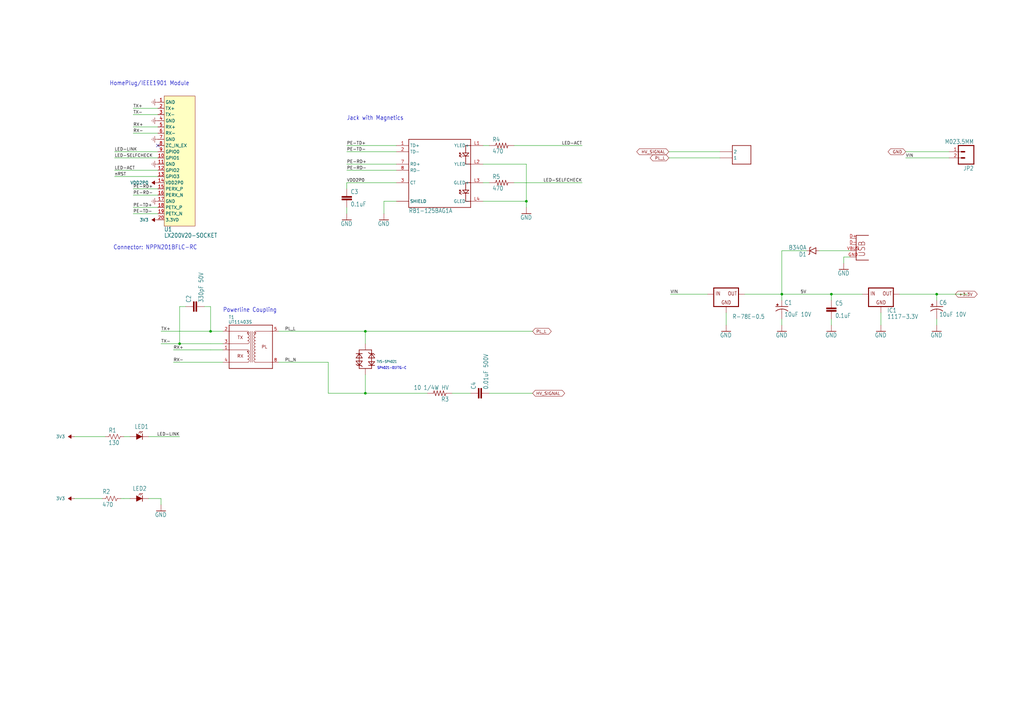
<source format=kicad_sch>
(kicad_sch (version 20231120) (generator "eeschema") (generator_version "8.0")
  (paper "A3")
  (lib_symbols
    (symbol "BR_Modules:LX200V20-SOCKET"
      (property "Reference" "U" (at -12.7 20.574 0))
      (property "Value" "LX200V20-SOCKET" (at -5.334 -32.766 0))
      (symbol "LX200V20-SOCKET_1_0"
        (pin power_in line (at -7.62 22.86 0) (length 2.54) (name "GND") (number "1"))
        (pin bidirectional line (at -7.62 0 0) (length 2.54) (name "GPIO1") (number "10"))
        (pin bidirectional line (at -7.62 -2.54 0) (length 2.54) (name "GND") (number "11"))
        (pin bidirectional line (at -7.62 -5.08 0) (length 2.54) (name "GPIO2") (number "12"))
        (pin bidirectional line (at -7.62 -7.62 0) (length 2.54) (name "GPIO3") (number "13"))
        (pin power_out line (at -7.62 -10.16 0) (length 2.54) (name "VDD2P0") (number "14"))
        (pin input line (at -7.62 -12.7 0) (length 2.54) (name "PERX_P") (number "15"))
        (pin input line (at -7.62 -15.24 0) (length 2.54) (name "PERX_N") (number "16"))
        (pin bidirectional line (at -7.62 -17.78 0) (length 2.54) (name "GND") (number "17"))
        (pin output line (at -7.62 -20.32 0) (length 2.54) (name "PETX_P") (number "18"))
        (pin output line (at -7.62 -22.86 0) (length 2.54) (name "PETX_N") (number "19"))
        (pin bidirectional line (at -7.62 20.32 0) (length 2.54) (name "TX+") (number "2"))
        (pin power_in line (at -7.62 -25.4 0) (length 2.54) (name "3.3VD") (number "20"))
        (pin bidirectional line (at -7.62 17.78 0) (length 2.54) (name "TX-") (number "3"))
        (pin bidirectional line (at -7.62 15.24 0) (length 2.54) (name "GND") (number "4"))
        (pin bidirectional line (at -7.62 12.7 0) (length 2.54) (name "RX+") (number "5"))
        (pin bidirectional line (at -7.62 10.16 0) (length 2.54) (name "RX-") (number "6"))
        (pin bidirectional line (at -7.62 7.62 0) (length 2.54) (name "GND") (number "7"))
        (pin bidirectional line (at -7.62 5.08 0) (length 2.54) (name "ZC_IN_EX") (number "8"))
        (pin bidirectional line (at -7.62 2.54 0) (length 2.54) (name "GPIO0") (number "9"))
      )
      (symbol "LX200V20-SOCKET_1_1"
        (rectangle (start -5.08 25.4) (end 7.62 -27.94) (fill (type background)))
      )
    )
    (symbol "BR_Optoelectronic:LTST-C191KGKT" (pin_numbers hide) (pin_names hide)
      (property "Reference" "D" (at 0 2.159 0))
      (property "Value" "Green" (at 0 0 0))
      (symbol "LTST-C191KGKT_0_1"
        (polyline (pts (xy -1.27 0) (xy 1.27 0)))
      )
      (symbol "LTST-C191KGKT_1_1"
        (polyline (pts (xy -0.381 -1.27) (xy -1.016 -1.905)))
        (polyline (pts (xy 0.381 -1.27) (xy -0.254 -1.905)))
        (polyline (pts (xy -1.143 -1.651) (xy -1.397 -2.286) (xy -0.762 -2.032) (xy -1.143 -1.651)) (stroke (width -0.0001)) (fill (type outline)))
        (polyline (pts (xy -0.381 -1.651) (xy -0.635 -2.286) (xy 0 -2.032) (xy -0.381 -1.651)) (stroke (width -0.0001)) (fill (type outline)))
        (polyline (pts (xy 1.27 -1.27) (xy 1.27 1.27) (xy -1.27 0) (xy 1.27 -1.27)) (stroke (width -0.0001)) (fill (type outline)))
        (polyline (pts (xy -1.397 1.27) (xy -1.397 -1.27) (xy -1.143 -1.27) (xy -1.143 1.27) (xy -1.397 1.27)) (stroke (width -0.0001)) (fill (type outline)))
        (pin passive line (at -3.81 0 0) (length 2.54) (name "K") (number "1"))
        (pin passive line (at 3.81 0 180) (length 2.54) (name "A") (number "2"))
      )
    )
    (symbol "BR_Resistors_0402:R_0402_130R" (pin_numbers hide) (pin_names (offset 0))
      (property "Reference" "R" (at 2.54 1.27 0))
      (property "Value" "130R" (at 2.54 -1.27 0))
      (symbol "R_0402_130R_0_1"
        (polyline (pts (xy 0 -2.286) (xy 0 -2.54)))
        (polyline (pts (xy 0 2.286) (xy 0 2.54)))
        (polyline (pts (xy 0 -0.762) (xy 1.016 -1.143) (xy 0 -1.524) (xy -1.016 -1.905) (xy 0 -2.286)))
        (polyline (pts (xy 0 0.762) (xy 1.016 0.381) (xy 0 0) (xy -1.016 -0.381) (xy 0 -0.762)))
        (polyline (pts (xy 0 2.286) (xy 1.016 1.905) (xy 0 1.524) (xy -1.016 1.143) (xy 0 0.762)))
      )
      (symbol "R_0402_130R_1_1"
        (pin passive line (at 0 3.81 270) (length 1.27) (name "~") (number "1"))
        (pin passive line (at 0 -3.81 90) (length 1.27) (name "~") (number "2"))
      )
    )
    (symbol "BR_Resistors_0402:R_0402_470R" (pin_numbers hide) (pin_names (offset 0))
      (property "Reference" "R" (at 2.54 1.27 0))
      (property "Value" "470R" (at 2.54 -1.27 0))
      (symbol "R_0402_470R_0_1"
        (polyline (pts (xy 0 -2.286) (xy 0 -2.54)))
        (polyline (pts (xy 0 2.286) (xy 0 2.54)))
        (polyline (pts (xy 0 -0.762) (xy 1.016 -1.143) (xy 0 -1.524) (xy -1.016 -1.905) (xy 0 -2.286)))
        (polyline (pts (xy 0 0.762) (xy 1.016 0.381) (xy 0 0) (xy -1.016 -0.381) (xy 0 -0.762)))
        (polyline (pts (xy 0 2.286) (xy 1.016 1.905) (xy 0 1.524) (xy -1.016 1.143) (xy 0 0.762)))
      )
      (symbol "R_0402_470R_1_1"
        (pin passive line (at 0 3.81 270) (length 1.27) (name "~") (number "1"))
        (pin passive line (at 0 -3.81 90) (length 1.27) (name "~") (number "2"))
      )
    )
    (symbol "Fathom-X-eagle-import:C-EUC0603"
      (property "Reference" "C" (at 1.524 0.381 0))
      (symbol "C-EUC0603_1_0"
        (rectangle (start -2.032 -2.032) (end 2.032 -1.524) (fill (type outline)))
        (rectangle (start -2.032 -1.016) (end 2.032 -0.508) (fill (type outline)))
        (polyline (pts (xy 0 -2.54) (xy 0 -2.032)) (stroke (width 0.1524)))
        (polyline (pts (xy 0 0) (xy 0 -0.508)) (stroke (width 0.1524)))
        (pin passive line (at 0 2.54 270) (length 2.54) (name "1") (number "1"))
        (pin passive line (at 0 -5.08 90) (length 2.54) (name "2") (number "2"))
      )
    )
    (symbol "Fathom-X-eagle-import:C-EUC0805"
      (property "Reference" "C" (at 1.524 0.381 0))
      (symbol "C-EUC0805_1_0"
        (rectangle (start -2.032 -2.032) (end 2.032 -1.524) (fill (type outline)))
        (rectangle (start -2.032 -1.016) (end 2.032 -0.508) (fill (type outline)))
        (polyline (pts (xy 0 -2.54) (xy 0 -2.032)) (stroke (width 0.1524)))
        (polyline (pts (xy 0 0) (xy 0 -0.508)) (stroke (width 0.1524)))
        (pin passive line (at 0 2.54 270) (length 2.54) (name "1") (number "1"))
        (pin passive line (at 0 -5.08 90) (length 2.54) (name "2") (number "2"))
      )
    )
    (symbol "Fathom-X-eagle-import:C-EUC1206"
      (property "Reference" "C" (at 1.524 0.381 0))
      (symbol "C-EUC1206_1_0"
        (rectangle (start -2.032 -2.032) (end 2.032 -1.524) (fill (type outline)))
        (rectangle (start -2.032 -1.016) (end 2.032 -0.508) (fill (type outline)))
        (polyline (pts (xy 0 -2.54) (xy 0 -2.032)) (stroke (width 0.1524)))
        (polyline (pts (xy 0 0) (xy 0 -0.508)) (stroke (width 0.1524)))
        (pin passive line (at 0 2.54 270) (length 2.54) (name "1") (number "1"))
        (pin passive line (at 0 -5.08 90) (length 2.54) (name "2") (number "2"))
      )
    )
    (symbol "Fathom-X-eagle-import:CAP0603-CAP"
      (property "Reference" "C" (at 1.524 2.921 0))
      (symbol "CAP0603-CAP_1_0"
        (rectangle (start -2.032 0.508) (end 2.032 1.016) (fill (type outline)))
        (rectangle (start -2.032 1.524) (end 2.032 2.032) (fill (type outline)))
        (polyline (pts (xy 0 0) (xy 0 0.508)) (stroke (width 0.1524)))
        (polyline (pts (xy 0 2.54) (xy 0 2.032)) (stroke (width 0.1524)))
        (pin passive line (at 0 5.08 270) (length 2.54) (name "1") (number "1"))
        (pin passive line (at 0 -2.54 90) (length 2.54) (name "2") (number "2"))
      )
    )
    (symbol "Fathom-X-eagle-import:CAP_POL1206"
      (property "Reference" "C" (at 1.016 0.635 0))
      (symbol "CAP_POL1206_1_0"
        (rectangle (start -2.253 0.668) (end -1.364 0.795) (fill (type outline)))
        (rectangle (start -1.872 0.287) (end -1.745 1.176) (fill (type outline)))
        (arc (start 0 -1.0161) (mid -1.3021 -1.2303) (end -2.4669 -1.8504) (stroke (width 0.254)))
        (polyline (pts (xy -2.54 0) (xy 2.54 0)) (stroke (width 0.254)))
        (polyline (pts (xy 0 -1.016) (xy 0 -2.54)) (stroke (width 0.1524)))
        (arc (start 2.4892 -1.8541) (mid 1.3158 -1.2194) (end 0 -1) (stroke (width 0.254)))
        (pin passive line (at 0 2.54 270) (length 2.54) (name "+") (number "A"))
        (pin passive line (at 0 -5.08 90) (length 2.54) (name "-") (number "C"))
      )
    )
    (symbol "Fathom-X-eagle-import:DIODE-SCHOTTKY-B340A"
      (property "Reference" "D" (at 2.54 0.4826 0))
      (symbol "DIODE-SCHOTTKY-B340A_1_0"
        (polyline (pts (xy -2.54 0) (xy -1.27 0)) (stroke (width 0.1524)))
        (polyline (pts (xy -1.27 -1.27) (xy 1.27 0)) (stroke (width 0.254)))
        (polyline (pts (xy -1.27 0) (xy -1.27 -1.27)) (stroke (width 0.254)))
        (polyline (pts (xy -1.27 1.27) (xy -1.27 0)) (stroke (width 0.254)))
        (polyline (pts (xy 1.27 -1.27) (xy 0.762 -1.524)) (stroke (width 0.254)))
        (polyline (pts (xy 1.27 0) (xy -1.27 1.27)) (stroke (width 0.254)))
        (polyline (pts (xy 1.27 0) (xy 1.27 -1.27)) (stroke (width 0.254)))
        (polyline (pts (xy 1.27 1.27) (xy 1.27 0)) (stroke (width 0.254)))
        (polyline (pts (xy 1.27 1.27) (xy 1.778 1.524)) (stroke (width 0.254)))
        (polyline (pts (xy 2.54 0) (xy 1.27 0)) (stroke (width 0.1524)))
        (pin passive line (at -2.54 0 0) (length 0) (name "A") (number "A"))
        (pin passive line (at 2.54 0 180) (length 0) (name "C") (number "C"))
      )
    )
    (symbol "Fathom-X-eagle-import:GND" (power)
      (symbol "GND_1_0"
        (polyline (pts (xy -1.905 0) (xy 1.905 0)) (stroke (width 0.254)))
        (pin power_in line (at 0 2.54 270) (length 2.54) (name "GND") (number "1"))
      )
    )
    (symbol "Fathom-X-eagle-import:HEADER-210.16MM"
      (symbol "HEADER-210.16MM_1_0"
        (polyline (pts (xy 0 0) (xy 7.62 0)) (stroke (width 0.254)))
        (polyline (pts (xy 0 7.62) (xy 0 0)) (stroke (width 0.254)))
        (polyline (pts (xy 7.62 0) (xy 7.62 7.62)) (stroke (width 0.254)))
        (polyline (pts (xy 7.62 7.62) (xy 0 7.62)) (stroke (width 0.254)))
        (pin bidirectional line (at 12.7 5.08 180) (length 5.08) (name "1") (number "P$1"))
        (pin bidirectional line (at 12.7 2.54 180) (length 5.08) (name "2") (number "P$2"))
      )
    )
    (symbol "Fathom-X-eagle-import:M023.5MM"
      (property "Reference" "JP" (at -2.54 5.842 0))
      (symbol "M023.5MM_1_0"
        (polyline (pts (xy -2.54 5.08) (xy -2.54 -2.54)) (stroke (width 0.4064)))
        (polyline (pts (xy -2.54 5.08) (xy 3.81 5.08)) (stroke (width 0.4064)))
        (polyline (pts (xy 1.27 0) (xy 2.54 0)) (stroke (width 0.6096)))
        (polyline (pts (xy 1.27 2.54) (xy 2.54 2.54)) (stroke (width 0.6096)))
        (polyline (pts (xy 3.81 -2.54) (xy -2.54 -2.54)) (stroke (width 0.4064)))
        (polyline (pts (xy 3.81 -2.54) (xy 3.81 5.08)) (stroke (width 0.4064)))
        (pin passive line (at 7.62 0 180) (length 5.08) (name "1") (number "1"))
        (pin passive line (at 7.62 2.54 180) (length 5.08) (name "2") (number "2"))
      )
    )
    (symbol "Fathom-X-eagle-import:R-US_R0603"
      (property "Reference" "R" (at -3.81 1.4986 0))
      (symbol "R-US_R0603_1_0"
        (polyline (pts (xy -2.54 0) (xy -2.159 1.016)) (stroke (width 0.2032)))
        (polyline (pts (xy -2.159 1.016) (xy -1.524 -1.016)) (stroke (width 0.2032)))
        (polyline (pts (xy -1.524 -1.016) (xy -0.889 1.016)) (stroke (width 0.2032)))
        (polyline (pts (xy -0.889 1.016) (xy -0.254 -1.016)) (stroke (width 0.2032)))
        (polyline (pts (xy -0.254 -1.016) (xy 0.381 1.016)) (stroke (width 0.2032)))
        (polyline (pts (xy 0.381 1.016) (xy 1.016 -1.016)) (stroke (width 0.2032)))
        (polyline (pts (xy 1.016 -1.016) (xy 1.651 1.016)) (stroke (width 0.2032)))
        (polyline (pts (xy 1.651 1.016) (xy 2.286 -1.016)) (stroke (width 0.2032)))
        (polyline (pts (xy 2.286 -1.016) (xy 2.54 0)) (stroke (width 0.2032)))
        (pin passive line (at -5.08 0 0) (length 2.54) (name "1") (number "1"))
        (pin passive line (at 5.08 0 180) (length 2.54) (name "2") (number "2"))
      )
    )
    (symbol "Fathom-X-eagle-import:R-US_R1206"
      (property "Reference" "R" (at -3.81 1.4986 0))
      (symbol "R-US_R1206_1_0"
        (polyline (pts (xy -2.54 0) (xy -2.159 1.016)) (stroke (width 0.2032)))
        (polyline (pts (xy -2.159 1.016) (xy -1.524 -1.016)) (stroke (width 0.2032)))
        (polyline (pts (xy -1.524 -1.016) (xy -0.889 1.016)) (stroke (width 0.2032)))
        (polyline (pts (xy -0.889 1.016) (xy -0.254 -1.016)) (stroke (width 0.2032)))
        (polyline (pts (xy -0.254 -1.016) (xy 0.381 1.016)) (stroke (width 0.2032)))
        (polyline (pts (xy 0.381 1.016) (xy 1.016 -1.016)) (stroke (width 0.2032)))
        (polyline (pts (xy 1.016 -1.016) (xy 1.651 1.016)) (stroke (width 0.2032)))
        (polyline (pts (xy 1.651 1.016) (xy 2.286 -1.016)) (stroke (width 0.2032)))
        (polyline (pts (xy 2.286 -1.016) (xy 2.54 0)) (stroke (width 0.2032)))
        (pin passive line (at -5.08 0 0) (length 2.54) (name "1") (number "1"))
        (pin passive line (at 5.08 0 180) (length 2.54) (name "2") (number "2"))
      )
    )
    (symbol "Fathom-X-eagle-import:RJ45-MAG"
      (symbol "RJ45-MAG_1_0"
        (polyline (pts (xy -12.7 -15.24) (xy 12.7 -15.24)) (stroke (width 0.254)))
        (polyline (pts (xy -12.7 12.7) (xy -12.7 -15.24)) (stroke (width 0.254)))
        (polyline (pts (xy 8.128 -9.652) (xy 8.128 -9.144)) (stroke (width 0.254)))
        (polyline (pts (xy 8.128 -9.144) (xy 8.636 -9.144)) (stroke (width 0.254)))
        (polyline (pts (xy 8.128 -8.636) (xy 8.128 -8.128)) (stroke (width 0.254)))
        (polyline (pts (xy 8.128 -8.128) (xy 8.636 -8.128)) (stroke (width 0.254)))
        (polyline (pts (xy 8.128 5.588) (xy 8.128 6.096)) (stroke (width 0.254)))
        (polyline (pts (xy 8.128 6.096) (xy 8.636 6.096)) (stroke (width 0.254)))
        (polyline (pts (xy 8.128 6.604) (xy 8.128 7.112)) (stroke (width 0.254)))
        (polyline (pts (xy 8.128 7.112) (xy 8.636 7.112)) (stroke (width 0.254)))
        (polyline (pts (xy 8.89 -9.906) (xy 8.128 -9.144)) (stroke (width 0.254)))
        (polyline (pts (xy 8.89 -8.89) (xy 8.128 -8.128)) (stroke (width 0.254)))
        (polyline (pts (xy 8.89 5.334) (xy 8.128 6.096)) (stroke (width 0.254)))
        (polyline (pts (xy 8.89 6.35) (xy 8.128 7.112)) (stroke (width 0.254)))
        (polyline (pts (xy 9.398 -9.398) (xy 10.668 -9.398)) (stroke (width 0.254)))
        (polyline (pts (xy 9.398 -8.128) (xy 10.668 -9.398)) (stroke (width 0.254)))
        (polyline (pts (xy 9.398 5.842) (xy 10.668 5.842)) (stroke (width 0.254)))
        (polyline (pts (xy 9.398 7.112) (xy 10.668 5.842)) (stroke (width 0.254)))
        (polyline (pts (xy 10.668 -12.7) (xy 12.7 -12.7)) (stroke (width 0.254)))
        (polyline (pts (xy 10.668 -9.398) (xy 10.668 -12.7)) (stroke (width 0.254)))
        (polyline (pts (xy 10.668 -9.398) (xy 11.938 -9.398)) (stroke (width 0.254)))
        (polyline (pts (xy 10.668 -9.398) (xy 11.938 -8.128)) (stroke (width 0.254)))
        (polyline (pts (xy 10.668 -8.128) (xy 9.398 -8.128)) (stroke (width 0.254)))
        (polyline (pts (xy 10.668 -5.08) (xy 10.668 -8.128)) (stroke (width 0.254)))
        (polyline (pts (xy 10.668 2.54) (xy 12.7 2.54)) (stroke (width 0.254)))
        (polyline (pts (xy 10.668 5.842) (xy 10.668 2.54)) (stroke (width 0.254)))
        (polyline (pts (xy 10.668 5.842) (xy 11.938 5.842)) (stroke (width 0.254)))
        (polyline (pts (xy 10.668 5.842) (xy 11.938 7.112)) (stroke (width 0.254)))
        (polyline (pts (xy 10.668 7.112) (xy 9.398 7.112)) (stroke (width 0.254)))
        (polyline (pts (xy 10.668 10.16) (xy 10.668 7.112)) (stroke (width 0.254)))
        (polyline (pts (xy 11.938 -8.128) (xy 10.668 -8.128)) (stroke (width 0.254)))
        (polyline (pts (xy 11.938 7.112) (xy 10.668 7.112)) (stroke (width 0.254)))
        (polyline (pts (xy 12.7 -15.24) (xy 12.7 -12.7)) (stroke (width 0.254)))
        (polyline (pts (xy 12.7 -12.7) (xy 12.7 2.54)) (stroke (width 0.254)))
        (polyline (pts (xy 12.7 -5.08) (xy 10.668 -5.08)) (stroke (width 0.254)))
        (polyline (pts (xy 12.7 2.54) (xy 12.7 10.16)) (stroke (width 0.254)))
        (polyline (pts (xy 12.7 10.16) (xy 10.668 10.16)) (stroke (width 0.254)))
        (polyline (pts (xy 12.7 10.16) (xy 12.7 12.7)) (stroke (width 0.254)))
        (polyline (pts (xy 12.7 12.7) (xy -12.7 12.7)) (stroke (width 0.254)))
        (pin bidirectional line (at -17.78 10.16 0) (length 5.08) (name "TD+") (number "1"))
        (pin bidirectional line (at -17.78 7.62 0) (length 5.08) (name "TD-") (number "2"))
        (pin bidirectional line (at -17.78 -5.08 0) (length 5.08) (name "CT") (number "3"))
        (pin bidirectional line (at -17.78 2.54 0) (length 5.08) (name "RD+") (number "7"))
        (pin bidirectional line (at -17.78 0 0) (length 5.08) (name "RD-") (number "8"))
        (pin bidirectional line (at 17.78 10.16 180) (length 5.08) (name "YLED+") (number "L1"))
        (pin bidirectional line (at 17.78 2.54 180) (length 5.08) (name "YLED-") (number "L2"))
        (pin bidirectional line (at 17.78 -5.08 180) (length 5.08) (name "GLED+") (number "L3"))
        (pin bidirectional line (at 17.78 -12.7 180) (length 5.08) (name "GLED-") (number "L4"))
        (pin bidirectional line (at -17.78 -12.7 0) (length 5.08) (name "SHIELD") (number "SHIELD0"))
        (pin bidirectional line (at -17.78 -12.7 0) (length 5.08) (name "SHIELD") (number "SHIELD1"))
      )
    )
    (symbol "Fathom-X-eagle-import:SparkFun-Aesthetics_GND" (power)
      (symbol "SparkFun-Aesthetics_GND_1_0"
        (polyline (pts (xy -1.905 0) (xy 1.905 0)) (stroke (width 0.254)))
        (pin power_in line (at 0 2.54 270) (length 2.54) (name "GND") (number "1"))
      )
    )
    (symbol "Fathom-X-eagle-import:TVS-SP4021"
      (symbol "TVS-SP4021_1_0"
        (polyline (pts (xy -3.81 3.048) (xy -1.27 3.048)) (stroke (width 0.254)))
        (polyline (pts (xy -3.81 4.318) (xy -2.54 6.096)) (stroke (width 0.254)))
        (polyline (pts (xy -3.81 6.096) (xy -2.54 6.096)) (stroke (width 0.254)))
        (polyline (pts (xy -3.302 1.27) (xy -3.81 1.778)) (stroke (width 0.254)))
        (polyline (pts (xy -2.54 0) (xy 2.54 0)) (stroke (width 0.254)))
        (polyline (pts (xy -2.54 1.27) (xy -3.81 3.048)) (stroke (width 0.254)))
        (polyline (pts (xy -2.54 1.27) (xy -3.302 1.27)) (stroke (width 0.254)))
        (polyline (pts (xy -2.54 1.27) (xy -2.54 0)) (stroke (width 0.254)))
        (polyline (pts (xy -2.54 6.096) (xy -2.54 1.27)) (stroke (width 0.254)))
        (polyline (pts (xy -2.54 6.096) (xy -1.27 4.318)) (stroke (width 0.254)))
        (polyline (pts (xy -2.54 6.096) (xy -1.27 6.096)) (stroke (width 0.254)))
        (polyline (pts (xy -2.54 7.62) (xy -2.54 6.096)) (stroke (width 0.254)))
        (polyline (pts (xy -1.778 1.27) (xy -2.54 1.27)) (stroke (width 0.254)))
        (polyline (pts (xy -1.27 0.762) (xy -1.778 1.27)) (stroke (width 0.254)))
        (polyline (pts (xy -1.27 3.048) (xy -2.54 1.27)) (stroke (width 0.254)))
        (polyline (pts (xy -1.27 4.318) (xy -3.81 4.318)) (stroke (width 0.254)))
        (polyline (pts (xy 1.27 1.27) (xy 2.54 1.27)) (stroke (width 0.254)))
        (polyline (pts (xy 1.27 2.794) (xy 3.81 2.794)) (stroke (width 0.254)))
        (polyline (pts (xy 1.27 4.318) (xy 2.54 6.096)) (stroke (width 0.254)))
        (polyline (pts (xy 1.27 6.604) (xy 1.778 6.096)) (stroke (width 0.254)))
        (polyline (pts (xy 1.778 6.096) (xy 2.54 6.096)) (stroke (width 0.254)))
        (polyline (pts (xy 2.54 0) (xy 2.54 1.27)) (stroke (width 0.254)))
        (polyline (pts (xy 2.54 1.27) (xy 1.27 2.794)) (stroke (width 0.254)))
        (polyline (pts (xy 2.54 1.27) (xy 2.54 6.096)) (stroke (width 0.254)))
        (polyline (pts (xy 2.54 1.27) (xy 3.81 1.27)) (stroke (width 0.254)))
        (polyline (pts (xy 2.54 6.096) (xy 2.54 7.62)) (stroke (width 0.254)))
        (polyline (pts (xy 2.54 6.096) (xy 3.302 6.096)) (stroke (width 0.254)))
        (polyline (pts (xy 2.54 6.096) (xy 3.81 4.318)) (stroke (width 0.254)))
        (polyline (pts (xy 2.54 7.62) (xy -2.54 7.62)) (stroke (width 0.254)))
        (polyline (pts (xy 3.302 6.096) (xy 3.81 5.588)) (stroke (width 0.254)))
        (polyline (pts (xy 3.81 2.794) (xy 2.54 1.27)) (stroke (width 0.254)))
        (polyline (pts (xy 3.81 4.318) (xy 1.27 4.318)) (stroke (width 0.254)))
        (pin bidirectional line (at 0 -2.54 90) (length 2.54) (name "P$1") (number "1"))
        (pin bidirectional line (at 0 10.16 270) (length 2.54) (name "P$2") (number "2"))
      )
    )
    (symbol "Fathom-X-eagle-import:USBSMD"
      (symbol "USBSMD_1_0"
        (polyline (pts (xy 0 -1.27) (xy 5.08 -1.27)) (stroke (width 0.254)))
        (polyline (pts (xy 0 8.89) (xy 0 -1.27)) (stroke (width 0.254)))
        (polyline (pts (xy 5.08 8.89) (xy 0 8.89)) (stroke (width 0.254)))
        (text "USB" (at 3.81 0 900) (effects (font (size 2.54 2.159)) (justify left bottom)))
        (pin bidirectional line (at -2.54 7.62 0) (length 2.54) (name "D+") (number "D+"))
        (pin bidirectional line (at -2.54 5.08 0) (length 2.54) (name "D-") (number "D-"))
        (pin bidirectional line (at -2.54 0 0) (length 2.54) (name "GND") (number "GND"))
        (pin bidirectional line (at -2.54 2.54 0) (length 2.54) (name "VBUS") (number "VBUS"))
      )
    )
    (symbol "Fathom-X-eagle-import:VREG-1117-FIXEDSOT223"
      (property "Reference" "IC" (at 2.54 -7.62 0))
      (symbol "VREG-1117-FIXEDSOT223_1_0"
        (polyline (pts (xy -5.08 -5.08) (xy 5.08 -5.08)) (stroke (width 0.4064)))
        (polyline (pts (xy -5.08 2.54) (xy -5.08 -5.08)) (stroke (width 0.4064)))
        (polyline (pts (xy 5.08 -5.08) (xy 5.08 2.54)) (stroke (width 0.4064)))
        (polyline (pts (xy 5.08 2.54) (xy -5.08 2.54)) (stroke (width 0.4064)))
        (text "GND" (at -2.032 -4.318 0) (effects (font (size 1.524 1.2954)) (justify left bottom)))
        (text "IN" (at -4.445 -0.635 0) (effects (font (size 1.524 1.2954)) (justify left bottom)))
        (text "OUT" (at 0.635 -0.635 0) (effects (font (size 1.524 1.2954)) (justify left bottom)))
        (pin input line (at 0 -7.62 90) (length 2.54) (name "GND") (number "1"))
        (pin output line (at 7.62 0 180) (length 2.54) (name "OUT") (number "2"))
        (pin input line (at -7.62 0 0) (length 2.54) (name "IN") (number "3"))
      )
    )
    (symbol "Fathom-X-eagle-import:VREG-R-78E-0.5"
      (symbol "VREG-R-78E-0.5_1_0"
        (polyline (pts (xy -5.08 -5.08) (xy 5.08 -5.08)) (stroke (width 0.4064)))
        (polyline (pts (xy -5.08 2.54) (xy -5.08 -5.08)) (stroke (width 0.4064)))
        (polyline (pts (xy 5.08 -5.08) (xy 5.08 2.54)) (stroke (width 0.4064)))
        (polyline (pts (xy 5.08 2.54) (xy -5.08 2.54)) (stroke (width 0.4064)))
        (text "GND" (at -2.032 -4.318 0) (effects (font (size 1.524 1.2954)) (justify left bottom)))
        (text "IN" (at -4.445 -0.635 0) (effects (font (size 1.524 1.2954)) (justify left bottom)))
        (text "OUT" (at 0.635 -0.635 0) (effects (font (size 1.524 1.2954)) (justify left bottom)))
        (pin input line (at 0 -7.62 90) (length 2.54) (name "GND") (number "GND"))
        (pin input line (at -7.62 0 0) (length 2.54) (name "IN") (number "VIN"))
        (pin output line (at 7.62 0 180) (length 2.54) (name "OUT") (number "VOUT"))
      )
    )
    (symbol "UT11403S_1"
      (property "Reference" "T" (at -8.636 11.684 0))
      (property "Value" "UT11403S" (at -3.556 10.16 0))
      (symbol "UT11403S_1_0_1"
        (arc (start -1.27 -6.35) (mid -0.821 -6.164) (end -0.635 -5.715))
        (arc (start -1.27 -5.08) (mid -0.821 -4.894) (end -0.635 -4.445))
        (arc (start -1.27 -3.81) (mid -0.821 -3.624) (end -0.635 -3.175))
        (arc (start -1.27 -2.54) (mid -0.821 -2.354) (end -0.635 -1.905))
        (circle (center -1.27 -1.905) (radius 0.2) (fill (type outline)))
        (arc (start -1.27 1.27) (mid -0.821 1.456) (end -0.635 1.905))
        (arc (start -1.27 2.54) (mid -0.821 2.726) (end -0.635 3.175))
        (arc (start -1.27 3.81) (mid -0.821 3.996) (end -0.635 4.445))
        (arc (start -1.27 5.08) (mid -0.821 5.266) (end -0.635 5.715))
        (circle (center -1.27 5.715) (radius 0.2) (fill (type outline)))
        (arc (start -0.635 -5.715) (mid -0.821 -5.266) (end -1.27 -5.08))
        (arc (start -0.635 -4.445) (mid -0.821 -3.996) (end -1.27 -3.81))
        (arc (start -0.635 -3.175) (mid -0.821 -2.726) (end -1.27 -2.54))
        (arc (start -0.635 -1.905) (mid -0.821 -1.456) (end -1.27 -1.27))
        (arc (start -0.635 1.905) (mid -0.821 2.354) (end -1.27 2.54))
        (arc (start -0.635 3.175) (mid -0.821 3.624) (end -1.27 3.81))
        (arc (start -0.635 4.445) (mid -0.821 4.894) (end -1.27 5.08))
        (arc (start -0.635 5.715) (mid -0.821 6.164) (end -1.27 6.35))
        (polyline (pts (xy 0 6.35) (xy 0 -6.35)))
        (polyline (pts (xy 0.635 6.35) (xy 0.635 -6.35)))
        (arc (start 1.27 -5.715) (mid 1.456 -6.164) (end 1.905 -6.35))
        (arc (start 1.27 -4.445) (mid 1.456 -4.894) (end 1.905 -5.08))
        (arc (start 1.27 -3.175) (mid 1.456 -3.624) (end 1.905 -3.81))
        (arc (start 1.27 -1.905) (mid 1.456 -2.354) (end 1.905 -2.54))
        (arc (start 1.27 -0.63) (mid 1.456 -1.079) (end 1.905 -1.265))
        (arc (start 1.27 0.64) (mid 1.456 0.191) (end 1.905 0.005))
        (arc (start 1.27 1.905) (mid 1.456 1.456) (end 1.905 1.27))
        (arc (start 1.27 3.175) (mid 1.456 2.726) (end 1.905 2.54))
        (arc (start 1.27 4.445) (mid 1.456 3.996) (end 1.905 3.81))
        (arc (start 1.27 5.715) (mid 1.456 5.266) (end 1.905 5.08))
        (arc (start 1.905 -5.08) (mid 1.456 -5.266) (end 1.27 -5.715))
        (arc (start 1.905 -3.81) (mid 1.456 -3.996) (end 1.27 -4.445))
        (arc (start 1.905 -2.54) (mid 1.456 -2.726) (end 1.27 -3.175))
        (arc (start 1.905 -1.27) (mid 1.456 -1.456) (end 1.27 -1.905))
        (arc (start 1.905 0.005) (mid 1.4542 -0.1807) (end 1.27 -0.63))
        (arc (start 1.905 1.275) (mid 1.4542 1.0893) (end 1.27 0.64))
        (arc (start 1.905 2.54) (mid 1.456 2.354) (end 1.27 1.905))
        (arc (start 1.905 3.81) (mid 1.456 3.624) (end 1.27 3.175))
        (arc (start 1.905 5.08) (mid 1.456 4.894) (end 1.27 4.445))
        (circle (center 1.905 5.715) (radius 0.2) (fill (type outline)))
        (arc (start 1.905 6.35) (mid 1.456 6.164) (end 1.27 5.715))
      )
      (symbol "UT11403S_1_1_0"
        (polyline (pts (xy -8.89 -8.89) (xy 8.89 -8.89)) (stroke (width 0.254)))
        (polyline (pts (xy -8.89 8.89) (xy -8.89 -8.89)) (stroke (width 0.254)))
        (polyline (pts (xy 8.89 -8.89) (xy 8.89 8.89)) (stroke (width 0.254)))
        (polyline (pts (xy 8.89 8.89) (xy -8.89 8.89)) (stroke (width 0.254)))
        (pin bidirectional line (at -11.43 -1.27 0) (length 2.56) (name "RX+") (number "1"))
        (pin bidirectional line (at -11.43 6.35 0) (length 2.56) (name "TX+") (number "2"))
        (pin bidirectional line (at -11.43 1.27 0) (length 2.56) (name "TX-") (number "3"))
        (pin bidirectional line (at -11.43 -6.35 0) (length 2.56) (name "RX-") (number "4"))
        (pin bidirectional line (at 11.43 6.35 180) (length 2.56) (name "PL_L") (number "5"))
        (pin no_connect line (at -1.27 -11.43 90) (length 2.56) hide (name "NC") (number "6"))
        (pin no_connect line (at 1.27 -11.43 90) (length 2.56) hide (name "NC") (number "7"))
        (pin bidirectional line (at 11.43 -6.35 180) (length 2.56) (name "PL_N") (number "8"))
      )
      (symbol "UT11403S_1_1_1"
        (polyline (pts (xy -8.89 -6.35) (xy -1.27 -6.35)))
        (polyline (pts (xy -8.89 -1.27) (xy -1.27 -1.27)))
        (polyline (pts (xy -8.89 1.27) (xy -1.27 1.27)))
        (polyline (pts (xy -8.89 6.35) (xy -1.27 6.35)))
        (polyline (pts (xy 8.89 -6.35) (xy 1.905 -6.35)))
        (polyline (pts (xy 8.89 6.35) (xy 1.905 6.35)))
        (text "PL" (at 5.588 0 0) (effects (font (size 1.27 1.27))))
        (text "RX" (at -4.318 -3.81 0) (effects (font (size 1.27 1.27))))
        (text "TX" (at -4.318 3.81 0) (effects (font (size 1.27 1.27))))
      )
    )
    (symbol "power:-8V" (power) (pin_numbers hide) (pin_names (offset 0) hide)
      (property "Value" "-8V" (at 0 3.556 0))
      (symbol "-8V_0_0"
        (pin power_in line (at 0 0 90) (length 0) (name "~") (number "1"))
      )
      (symbol "-8V_0_1"
        (polyline (pts (xy 0 0) (xy 0 1.27) (xy 0.762 1.27) (xy 0 2.54) (xy -0.762 1.27) (xy 0 1.27)) (fill (type outline)))
      )
    )
    (symbol "power:GNDREF" (power) (pin_names (offset 0))
      (property "Value" "GNDREF" (at 0 -3.81 0))
      (symbol "GNDREF_0_1"
        (polyline (pts (xy -0.635 -1.905) (xy 0.635 -1.905)))
        (polyline (pts (xy -0.127 -2.54) (xy 0.127 -2.54)))
        (polyline (pts (xy 0 -1.27) (xy 0 0)))
        (polyline (pts (xy 1.27 -1.27) (xy -1.27 -1.27)))
      )
      (symbol "GNDREF_1_1"
        (pin power_in line (at 0 0 270) (length 0) hide (name "GNDREF") (number "1"))
      )
    )
  )
  (junction (at 340.995 120.65))
  (junction (at 149.86 135.89))
  (junction (at 215.9 82.55))
  (junction (at 320.675 120.65))
  (junction (at 384.175 120.65))
  (junction (at 86.36 135.89))
  (junction (at 73.66 140.97))
  (junction (at 149.86 161.29))
  (no_connect (at 64.77 59.69))
  (wire (pts (xy 142.24 74.93) (xy 142.24 77.47)) (stroke (width 0.1524)))
  (wire (pts (xy 330.835 102.87) (xy 320.675 102.87)) (stroke (width 0.1524)))
  (wire (pts (xy 149.86 140.97) (xy 149.86 135.89)) (stroke (width 0.1524)))
  (wire (pts (xy 54.61 80.01) (xy 64.77 80.01)))
  (wire (pts (xy 157.48 82.55) (xy 157.48 87.63)) (stroke (width 0.1524)))
  (wire (pts (xy 64.77 69.85) (xy 46.99 69.85)) (stroke (width 0.1524)))
  (wire (pts (xy 76.2 125.73) (xy 73.66 125.73)) (stroke (width 0.1524)))
  (wire (pts (xy 290.195 120.65) (xy 274.955 120.65)) (stroke (width 0.1524)))
  (wire (pts (xy 54.61 87.63) (xy 64.77 87.63)))
  (wire (pts (xy 149.86 135.89) (xy 218.44 135.89)) (stroke (width 0.1524)))
  (wire (pts (xy 54.61 54.61) (xy 64.77 54.61)))
  (wire (pts (xy 114.3 135.89) (xy 149.86 135.89)) (stroke (width 0.1524)))
  (wire (pts (xy 66.04 204.47) (xy 66.04 207.01)) (stroke (width 0.1524)))
  (wire (pts (xy 64.77 62.23) (xy 46.99 62.23)) (stroke (width 0.1524)))
  (wire (pts (xy 198.12 59.69) (xy 200.66 59.69)) (stroke (width 0.1524)))
  (wire (pts (xy 30.48 204.47) (xy 41.91 204.47)))
  (wire (pts (xy 348.615 105.41) (xy 346.075 105.41)) (stroke (width 0.1524)))
  (wire (pts (xy 384.175 120.65) (xy 396.875 120.65)) (stroke (width 0.1524)))
  (wire (pts (xy 297.815 128.27) (xy 297.815 133.35)) (stroke (width 0.1524)))
  (wire (pts (xy 198.12 74.93) (xy 200.66 74.93)) (stroke (width 0.1524)))
  (wire (pts (xy 320.675 120.65) (xy 320.675 123.19)) (stroke (width 0.1524)))
  (wire (pts (xy 368.935 120.65) (xy 384.175 120.65)) (stroke (width 0.1524)))
  (wire (pts (xy 134.62 161.29) (xy 149.86 161.29)) (stroke (width 0.1524)))
  (wire (pts (xy 274.32 62.23) (xy 295.275 62.23)) (stroke (width 0.1524)))
  (wire (pts (xy 162.56 69.85) (xy 142.24 69.85)) (stroke (width 0.1524)))
  (wire (pts (xy 114.3 148.59) (xy 134.62 148.59)) (stroke (width 0.1524)))
  (wire (pts (xy 54.61 85.09) (xy 64.77 85.09)))
  (wire (pts (xy 198.12 67.31) (xy 215.9 67.31)) (stroke (width 0.1524)))
  (wire (pts (xy 86.36 143.51) (xy 71.12 143.51)) (stroke (width 0.1524)))
  (wire (pts (xy 361.315 128.27) (xy 361.315 133.35)) (stroke (width 0.1524)))
  (wire (pts (xy 340.995 120.65) (xy 353.695 120.65)) (stroke (width 0.1524)))
  (wire (pts (xy 384.175 130.81) (xy 384.175 133.35)) (stroke (width 0.1524)))
  (wire (pts (xy 320.675 130.81) (xy 320.675 133.35)) (stroke (width 0.1524)))
  (wire (pts (xy 86.36 143.51) (xy 91.44 143.51)))
  (wire (pts (xy 305.435 120.65) (xy 320.675 120.65)) (stroke (width 0.1524)))
  (wire (pts (xy 346.075 105.41) (xy 346.075 107.95)) (stroke (width 0.1524)))
  (wire (pts (xy 162.56 62.23) (xy 142.24 62.23)) (stroke (width 0.1524)))
  (wire (pts (xy 320.675 102.87) (xy 320.675 120.65)) (stroke (width 0.1524)))
  (wire (pts (xy 149.86 153.67) (xy 149.86 161.29)) (stroke (width 0.1524)))
  (wire (pts (xy 384.175 120.65) (xy 384.175 123.19)) (stroke (width 0.1524)))
  (wire (pts (xy 185.42 161.29) (xy 193.04 161.29)) (stroke (width 0.1524)))
  (wire (pts (xy 73.66 179.07) (xy 60.96 179.07)) (stroke (width 0.1524)))
  (wire (pts (xy 50.8 204.47) (xy 53.34 204.47)) (stroke (width 0.1524)))
  (wire (pts (xy 71.12 148.59) (xy 91.44 148.59)) (stroke (width 0.1524)))
  (wire (pts (xy 335.915 102.87) (xy 348.615 102.87)) (stroke (width 0.1524)))
  (wire (pts (xy 64.77 72.39) (xy 46.99 72.39)) (stroke (width 0.1524)))
  (wire (pts (xy 340.995 120.65) (xy 320.675 120.65)) (stroke (width 0.1524)))
  (wire (pts (xy 49.53 204.47) (xy 50.8 204.47)))
  (wire (pts (xy 215.9 82.55) (xy 215.9 85.09)) (stroke (width 0.1524)))
  (wire (pts (xy 162.56 74.93) (xy 142.24 74.93)) (stroke (width 0.1524)))
  (wire (pts (xy 149.86 161.29) (xy 175.26 161.29)) (stroke (width 0.1524)))
  (wire (pts (xy 86.36 140.97) (xy 91.44 140.97)))
  (wire (pts (xy 64.77 64.77) (xy 46.99 64.77)) (stroke (width 0.1524)))
  (wire (pts (xy 54.61 46.99) (xy 64.77 46.99)))
  (wire (pts (xy 200.66 161.29) (xy 218.44 161.29)) (stroke (width 0.1524)))
  (wire (pts (xy 86.36 135.89) (xy 91.44 135.89)))
  (wire (pts (xy 86.36 125.73) (xy 86.36 135.89)) (stroke (width 0.1524)))
  (wire (pts (xy 66.04 140.97) (xy 73.66 140.97)) (stroke (width 0.1524)))
  (wire (pts (xy 134.62 148.59) (xy 134.62 161.29)) (stroke (width 0.1524)))
  (wire (pts (xy 295.275 64.77) (xy 274.32 64.77)) (stroke (width 0.1524)))
  (wire (pts (xy 54.61 77.47) (xy 64.77 77.47)))
  (wire (pts (xy 54.61 44.45) (xy 64.77 44.45)))
  (wire (pts (xy 60.96 204.47) (xy 66.04 204.47)) (stroke (width 0.1524)))
  (wire (pts (xy 340.995 123.19) (xy 340.995 120.65)) (stroke (width 0.1524)))
  (wire (pts (xy 83.82 125.73) (xy 86.36 125.73)) (stroke (width 0.1524)))
  (wire (pts (xy 162.56 67.31) (xy 142.24 67.31)) (stroke (width 0.1524)))
  (wire (pts (xy 198.12 82.55) (xy 215.9 82.55)) (stroke (width 0.1524)))
  (wire (pts (xy 142.24 85.09) (xy 142.24 87.63)) (stroke (width 0.1524)))
  (wire (pts (xy 389.255 62.23) (xy 371.475 62.23)) (stroke (width 0.1524)))
  (wire (pts (xy 30.48 179.07) (xy 43.18 179.07)))
  (wire (pts (xy 340.995 133.35) (xy 340.995 130.81)) (stroke (width 0.1524)))
  (wire (pts (xy 215.9 67.31) (xy 215.9 82.55)) (stroke (width 0.1524)))
  (wire (pts (xy 162.56 59.69) (xy 142.24 59.69)) (stroke (width 0.1524)))
  (wire (pts (xy 73.66 125.73) (xy 73.66 140.97)) (stroke (width 0.1524)))
  (wire (pts (xy 54.61 52.07) (xy 64.77 52.07)))
  (wire (pts (xy 86.36 140.97) (xy 73.66 140.97)) (stroke (width 0.1524)))
  (wire (pts (xy 210.82 74.93) (xy 238.76 74.93)) (stroke (width 0.1524)))
  (wire (pts (xy 66.04 135.89) (xy 86.36 135.89)) (stroke (width 0.1524)))
  (wire (pts (xy 50.8 179.07) (xy 53.34 179.07)) (stroke (width 0.1524)))
  (wire (pts (xy 210.82 59.69) (xy 238.76 59.69)) (stroke (width 0.1524)))
  (wire (pts (xy 162.56 82.55) (xy 157.48 82.55)) (stroke (width 0.1524)))
  (wire (pts (xy 389.255 64.77) (xy 371.475 64.77)) (stroke (width 0.1524)))
  (text "SP4021-01FTG-C" (at 154.686 151.638 0) (effects (font (size 1.016 0.8636)) (justify left bottom)))
  (text "Connector: NPPN201BFLC-RC" (at 46.482 102.616 0) (effects (font (size 1.778 1.5113)) (justify left bottom)))
  (text "Jack with Magnetics" (at 142.24 49.53 0) (effects (font (size 1.778 1.5113)) (justify left bottom)))
  (text "HomePlug/IEEE1901 Module" (at 44.958 35.306 0) (effects (font (size 1.778 1.5113)) (justify left bottom)))
  (text "Powerline Coupling" (at 91.44 128.27 0) (effects (font (size 1.778 1.5113)) (justify left bottom)))
  (label "VIN" (at 371.475 64.77 0) (effects (font (size 1.2446 1.2446))))
  (label "PE-TD-" (at 142.24 62.23 0) (effects (font (size 1.2446 1.2446))))
  (label "PL_N" (at 116.84 148.59 0) (effects (font (size 1.2446 1.2446))))
  (label "PE-TD+" (at 54.61 85.09 0) (effects (font (size 1.2446 1.2446))))
  (label "TX-" (at 66.04 140.97 0))
  (label "LED-LINK" (at 73.66 179.07 180) (effects (font (size 1.2446 1.2446))))
  (label "TX+" (at 54.61 44.45 0) (effects (font (size 1.2446 1.2446))))
  (label "TX+" (at 66.04 135.89 0))
  (label "PE-TD-" (at 54.61 87.63 0) (effects (font (size 1.2446 1.2446))))
  (label "RX-" (at 54.61 54.61 0) (effects (font (size 1.2446 1.2446))))
  (label "LED-SELFCHECK" (at 46.99 64.77 0) (effects (font (size 1.2446 1.2446))))
  (label "nRST" (at 46.99 72.39 0))
  (label "5V" (at 328.295 120.65 0) (effects (font (size 1.2446 1.2446))))
  (label "PE-RD+" (at 54.61 77.47 0) (effects (font (size 1.2446 1.2446))))
  (label "PE-RD-" (at 142.24 69.85 0) (effects (font (size 1.2446 1.2446))))
  (label "RX-" (at 71.12 148.59 0) (effects (font (size 1.2446 1.2446))))
  (label "VIN" (at 274.955 120.65 0) (effects (font (size 1.2446 1.2446))))
  (label "TX-" (at 54.61 46.99 0) (effects (font (size 1.2446 1.2446))))
  (label "LED-ACT" (at 46.99 69.85 0) (effects (font (size 1.2446 1.2446))))
  (label "LED-ACT" (at 238.76 59.69 180) (effects (font (size 1.2446 1.2446))))
  (label "LED-LINK" (at 46.99 62.23 0) (effects (font (size 1.2446 1.2446))))
  (label "RX+" (at 54.61 52.07 0) (effects (font (size 1.2446 1.2446))))
  (label "LED-SELFCHECK" (at 238.76 74.93 180))
  (label "VDD2P0" (at 142.24 74.93 0) (effects (font (size 1.2446 1.2446))))
  (label "PE-TD+" (at 142.24 59.69 0) (effects (font (size 1.2446 1.2446))))
  (label "PE-RD-" (at 54.61 80.01 0) (effects (font (size 1.2446 1.2446))))
  (label "PL_L" (at 116.84 135.89 0))
  (label "PE-RD+" (at 142.24 67.31 0) (effects (font (size 1.2446 1.2446))))
  (label "RX+" (at 71.12 143.51 0) (effects (font (size 1.2446 1.2446))))
  (global_label "HV_SIGNAL" (shape bidirectional) (at 218.44 161.29 0) (effects (font (size 1.2446 1.2446))) (property "Intersheetrefs" "${INTERSHEET_REFS}" (effects (hide yes))))
  (global_label "HV_SIGNAL" (shape bidirectional) (at 274.32 62.23 180) (effects (font (size 1.2446 1.2446))) (property "Intersheetrefs" "${INTERSHEET_REFS}" (effects (hide yes))))
  (global_label "GND" (shape bidirectional) (at 371.475 62.23 180) (effects (font (size 1.2446 1.2446))) (property "Intersheetrefs" "${INTERSHEET_REFS}" (effects (hide yes))))
  (global_label "PL_L" (shape bidirectional) (at 218.44 135.89 0) (effects (font (size 1.2446 1.2446))) (property "Intersheetrefs" "${INTERSHEET_REFS}" (effects (hide yes))))
  (global_label "PL_L" (shape bidirectional) (at 274.32 64.77 180) (effects (font (size 1.2446 1.2446))) (property "Intersheetrefs" "${INTERSHEET_REFS}" (effects (hide yes))))
  (global_label "+3.3V" (shape bidirectional) (at 391.795 120.65 0) (effects (font (size 1.2446 1.2446))) (property "Intersheetrefs" "${INTERSHEET_REFS}" (effects (hide yes))))
  (symbol (lib_id "power:-8V") (at 30.48 179.07 90) (unit 1)
    (property "Reference" "#PWR08" (effects (hide yes)))
    (property "Value" "3V3" (at 26.67 179.0699 90) (effects (justify left)))
    (property "Description" "Power symbol creates a global label with name \"-8V\"" (effects (hide yes)))
  )
  (symbol (lib_id "Fathom-X-eagle-import:SparkFun-Aesthetics_GND") (at 384.175 135.89 0) (unit 1)
    (property "Reference" "#GND011" (effects (hide yes)))
    (property "Value" "GND" (at 381.635 138.43 0) (effects (font (size 1.778 1.5113)) (justify left bottom)))
  )
  (symbol (lib_id "Fathom-X-eagle-import:HEADER-210.16MM") (at 307.975 59.69 180) (unit 1)
    (property "Reference" "U$7" (effects (hide yes)))
    (property "Value" "HEADER-210.16MM" (effects (hide yes)))
    (property "Footprint" "Fathom-X:HEADER-10.16MM-2POS" (effects (hide yes)))
  )
  (symbol (lib_id "Fathom-X-eagle-import:SparkFun-Aesthetics_GND") (at 340.995 135.89 0) (unit 1)
    (property "Reference" "#GND08" (effects (hide yes)))
    (property "Value" "GND" (at 338.455 138.43 0) (effects (font (size 1.778 1.5113)) (justify left bottom)))
  )
  (symbol (lib_id "Fathom-X-eagle-import:SparkFun-Aesthetics_GND") (at 361.315 135.89 0) (unit 1)
    (property "Reference" "#GND010" (effects (hide yes)))
    (property "Value" "GND" (at 358.775 138.43 0) (effects (font (size 1.778 1.5113)) (justify left bottom)))
  )
  (symbol (lib_id "Fathom-X-eagle-import:C-EUC0603") (at 142.24 80.01 0) (unit 1)
    (property "Reference" "C3" (at 143.764 79.629 0) (effects (font (size 1.778 1.5113)) (justify left bottom)))
    (property "Value" "0.1uF" (at 143.764 84.709 0) (effects (font (size 1.778 1.5113)) (justify left bottom)))
    (property "Footprint" "Fathom-X:C0603" (effects (hide yes)))
  )
  (symbol (lib_id "power:GNDREF") (at 64.77 41.91 270) (unit 1)
    (property "Reference" "#PWR01" (effects (hide yes)))
    (property "Value" "GNDREF" (effects (hide yes)))
  )
  (symbol (lib_id "BR_Modules:LX200V20-SOCKET") (at 72.39 64.77 0) (unit 1)
    (property "Reference" "U1" (at 67.31 94.996 0) (effects (font (size 1.778 1.5113)) (justify left bottom)))
    (property "Value" "LX200V20-SOCKET" (at 67.31 97.536 0) (effects (font (size 1.778 1.5113)) (justify left bottom)))
    (property "Footprint" "Fathom-X:LX200V20" (effects (hide yes)))
    (property "Datasheet" "https://drawings-pdf.s3.amazonaws.com/10489.pdf" (effects (hide yes)))
    (property "Description" "20 Position Header Connector 0.079\" (2.00mm) Surface Mount Gold" (effects (hide yes)))
    (property "Manufacturer" "Sullins Connector Solutions" (effects (hide yes)))
    (property "Manufactuer Part Num" "NPPN201BFLC-RC" (effects (hide yes)))
    (property "Supplier 1" "DigiKey" (effects (hide yes)))
    (property "Supplier Part Num 1" "S5901-20-ND" (effects (hide yes)))
    (property "Supplier 3" "JLCPCB" (effects (hide yes)))
    (property "Supplier Part Num 3" "C3320909" (effects (hide yes)))
  )
  (symbol (lib_id "Fathom-X-eagle-import:TVS-SP4021") (at 149.86 151.13 0) (unit 1)
    (property "Reference" "U$4" (effects (hide yes)))
    (property "Value" "TVS-SP4021" (at 154.432 148.844 0) (effects (font (size 1.016 0.8636)) (justify left bottom)))
    (property "Footprint" "Fathom-X:SOD323-BIDIRECTIONAL" (effects (hide yes)))
  )
  (symbol (lib_id "Fathom-X-eagle-import:RJ45-MAG") (at 180.34 69.85 0) (unit 1)
    (property "Reference" "U$5" (effects (hide yes)))
    (property "Value" "RB1-125BAG1A" (at 167.64 87.376 0) (effects (font (size 1.778 1.5113)) (justify left bottom)))
    (property "Footprint" "Fathom-X:RJ45-MAG-WIZNET" (effects (hide yes)))
  )
  (symbol (lib_id "Fathom-X-eagle-import:VREG-R-78E-0.5") (at 297.815 120.65 0) (unit 1)
    (property "Reference" "U$6" (effects (hide yes)))
    (property "Value" "R-78E-0.5" (at 300.355 130.81 0) (effects (font (size 1.778 1.5113)) (justify left bottom)))
    (property "Footprint" "Fathom-X:R-78E-0.5" (effects (hide yes)))
  )
  (symbol (lib_id "power:GNDREF") (at 64.77 82.55 270) (unit 1)
    (property "Reference" "#PWR06" (effects (hide yes)))
    (property "Value" "GNDREF" (effects (hide yes)))
  )
  (symbol (lib_id "Fathom-X-eagle-import:CAP_POL1206") (at 384.175 125.73 0) (unit 1)
    (property "Reference" "C6" (at 385.191 125.095 0) (effects (font (size 1.778 1.5113)) (justify left bottom)))
    (property "Value" "10uF 10V" (at 385.191 129.921 0) (effects (font (size 1.778 1.5113)) (justify left bottom)))
    (property "Footprint" "Fathom-X:EIA3216" (effects (hide yes)))
  )
  (symbol (lib_id "BR_Resistors_0402:R_0402_470R") (at 45.72 204.47 90) (unit 1)
    (property "Reference" "R2" (at 45.212 200.66 90) (effects (font (size 1.778 1.5113)) (justify left bottom)))
    (property "Value" "470" (at 46.482 205.994 90) (effects (font (size 1.778 1.5113)) (justify left bottom)))
    (property "Footprint" "BR_Passives:R_0402_1005Metric" (effects (hide yes)))
    (property "Datasheet" "https://www.yageo.com/upload/media/product/productsearch/datasheet/rchip/PYu-RC_Group_51_RoHS_L_12.pdf" (effects (hide yes)))
    (property "Description" "470R 1% 0402 Resistor" (effects (hide yes)))
    (property "Manufacturer" "YAGEO" (effects (hide yes)))
    (property "Manufacturer Part Num" "RC0402FR-07470RL" (effects (hide yes)))
    (property "Supplier 1" "DigiKey" (effects (hide yes)))
    (property "Supplier Part Num 1" "311-470LRCT-ND" (effects (hide yes)))
    (property "Supplier 2" "DigiKey" (effects (hide yes)))
    (property "Supplier Part Num 2" "311-470LRTR-ND" (effects (hide yes)))
    (property "Supplier 3" "JLCPCB" (effects (hide yes)))
    (property "Supplier Part Num 3" "C114877" (effects (hide yes)))
  )
  (symbol (lib_id "power:GNDREF") (at 64.77 67.31 270) (unit 1)
    (property "Reference" "#PWR04" (effects (hide yes)))
    (property "Value" "GNDREF" (effects (hide yes)))
  )
  (symbol (lib_id "Fathom-X-eagle-import:GND") (at 320.675 135.89 0) (unit 1)
    (property "Reference" "#GND07" (effects (hide yes)))
    (property "Value" "GND" (at 318.135 138.43 0) (effects (font (size 1.778 1.5113)) (justify left bottom)))
  )
  (symbol (lib_id "Fathom-X-eagle-import:GND") (at 215.9 87.63 0) (unit 1)
    (property "Reference" "#GND06" (effects (hide yes)))
    (property "Value" "GND" (at 213.36 90.17 0) (effects (font (size 1.778 1.5113)) (justify left bottom)))
  )
  (symbol (lib_id "power:-8V") (at 30.48 204.47 90) (unit 1)
    (property "Reference" "#PWR09" (effects (hide yes)))
    (property "Value" "3V3" (at 26.67 204.4699 90) (effects (justify left)))
    (property "Description" "Power symbol creates a global label with name \"-8V\"" (effects (hide yes)))
  )
  (symbol (lib_id "Fathom-X-eagle-import:USBSMD") (at 351.155 105.41 0) (unit 1)
    (property "Reference" "JP1" (effects (hide yes)))
    (property "Value" "USBSMD" (effects (hide yes)))
    (property "Footprint" "Fathom-X:USB-MINIB" (effects (hide yes)))
  )
  (symbol (lib_id "Fathom-X-eagle-import:R-US_R0603") (at 205.74 59.69 0) (unit 1)
    (property "Reference" "R4" (at 201.93 58.1914 0) (effects (font (size 1.778 1.5113)) (justify left bottom)))
    (property "Value" "470" (at 201.93 62.992 0) (effects (font (size 1.778 1.5113)) (justify left bottom)))
    (property "Footprint" "Fathom-X:R0603" (effects (hide yes)))
  )
  (symbol (lib_id "Fathom-X-eagle-import:VREG-1117-FIXEDSOT223") (at 361.315 120.65 0) (unit 1)
    (property "Reference" "IC1" (at 363.855 128.27 0) (effects (font (size 1.778 1.5113)) (justify left bottom)))
    (property "Value" "1117-3.3V" (at 363.855 130.81 0) (effects (font (size 1.778 1.5113)) (justify left bottom)))
    (property "Footprint" "Fathom-X:SOT223" (effects (hide yes)))
  )
  (symbol (lib_id "Fathom-X-eagle-import:GND") (at 157.48 90.17 0) (unit 1)
    (property "Reference" "#GND05" (effects (hide yes)))
    (property "Value" "GND" (at 154.94 92.71 0) (effects (font (size 1.778 1.5113)) (justify left bottom)))
  )
  (symbol (lib_id "Fathom-X-eagle-import:DIODE-SCHOTTKY-B340A") (at 333.375 102.87 180) (unit 1)
    (property "Reference" "D1" (at 330.835 103.3526 0) (effects (font (size 1.778 1.5113)) (justify left bottom)))
    (property "Value" "B340A" (at 330.835 100.5586 0) (effects (font (size 1.778 1.5113)) (justify left bottom)))
    (property "Footprint" "Fathom-X:SMA-DIODE" (effects (hide yes)))
  )
  (symbol (lib_id "Fathom-X-eagle-import:R-US_R0603") (at 205.74 74.93 0) (unit 1)
    (property "Reference" "R5" (at 201.93 73.4314 0) (effects (font (size 1.778 1.5113)) (justify left bottom)))
    (property "Value" "470" (at 201.93 78.232 0) (effects (font (size 1.778 1.5113)) (justify left bottom)))
    (property "Footprint" "Fathom-X:R0603" (effects (hide yes)))
  )
  (symbol (lib_id "power:GNDREF") (at 64.77 49.53 270) (unit 1)
    (property "Reference" "#PWR02" (effects (hide yes)))
    (property "Value" "GNDREF" (effects (hide yes)))
  )
  (symbol (lib_id "Fathom-X-eagle-import:CAP0603-CAP") (at 340.995 128.27 0) (unit 1)
    (property "Reference" "C5" (at 342.519 125.349 0) (effects (font (size 1.778 1.5113)) (justify left bottom)))
    (property "Value" "0.1uF" (at 342.519 130.429 0) (effects (font (size 1.778 1.5113)) (justify left bottom)))
    (property "Footprint" "Fathom-X:0603-CAP" (effects (hide yes)))
  )
  (symbol (lib_id "Fathom-X-eagle-import:C-EUC1206") (at 195.58 161.29 90) (unit 1)
    (property "Reference" "C4" (at 195.199 159.766 0) (effects (font (size 1.778 1.5113)) (justify left bottom)))
    (property "Value" "0.01uF 500V" (at 200.279 159.766 0) (effects (font (size 1.778 1.5113)) (justify left bottom)))
    (property "Footprint" "Fathom-X:C1206" (effects (hide yes)))
  )
  (symbol (lib_id "power:GNDREF") (at 64.77 57.15 270) (unit 1)
    (property "Reference" "#PWR03" (effects (hide yes)))
    (property "Value" "GNDREF" (effects (hide yes)))
  )
  (symbol (lib_id "BR_Optoelectronic:LTST-C191KGKT") (at 57.15 204.47 180) (unit 1)
    (property "Reference" "LED2" (at 60.198 199.39 0) (effects (font (size 1.778 1.5113)) (justify left bottom)))
    (property "Value" "LEDCHIPLED_0603" (effects (hide yes)))
    (property "Footprint" "BR_Optoelectronics:LED_0603_1608Metric" (effects (hide yes)))
    (property "Datasheet" "https://optoelectronics.liteon.com/upload/download/DS22-2000-228/LTST-C191KGKT.PDF" (effects (hide yes)))
    (property "Description" "LED 0603 Green" (effects (hide yes)))
    (property "Manufacturer" "Lite-On Inc." (effects (hide yes)))
    (property "Manufacturer Part Num" "LTST-C191KGKT" (effects (hide yes)))
    (property "Supplier 1" "DigiKey" (effects (hide yes)))
    (property "Supplier Part Num 1" "160-1446-1-ND" (effects (hide yes)))
    (property "Supplier 2" "DigiKey" (effects (hide yes)))
    (property "Supplier Part Num 2" "160-1446-2-ND" (effects (hide yes)))
    (property "Supplier 3" "JLCPCB" (effects (hide yes)))
    (property "Supplier Part Num 3" "C125098" (effects (hide yes)))
  )
  (symbol (lib_id "Fathom-X-eagle-import:GND") (at 66.04 209.55 0) (unit 1)
    (property "Reference" "#GND02" (effects (hide yes)))
    (property "Value" "GND" (at 63.5 212.09 0) (effects (font (size 1.778 1.5113)) (justify left bottom)))
  )
  (symbol (lib_id "Fathom-X-eagle-import:GND") (at 346.075 110.49 0) (unit 1)
    (property "Reference" "#GND09" (effects (hide yes)))
    (property "Value" "GND" (at 343.535 113.03 0) (effects (font (size 1.778 1.5113)) (justify left bottom)))
  )
  (symbol (lib_id "power:-8V") (at 64.77 90.17 90) (unit 1)
    (property "Reference" "#PWR07" (effects (hide yes)))
    (property "Value" "3V3" (at 60.96 90.1699 90) (effects (justify left)))
    (property "Description" "Power symbol creates a global label with name \"-8V\"" (effects (hide yes)))
  )
  (symbol (lib_id "BR_Optoelectronic:LTST-C191KGKT") (at 57.15 179.07 180) (unit 1)
    (property "Reference" "LED1" (at 60.96 173.99 0) (effects (font (size 1.778 1.5113)) (justify left bottom)))
    (property "Value" "LEDCHIPLED_0603" (effects (hide yes)))
    (property "Footprint" "BR_Optoelectronics:LED_0603_1608Metric" (effects (hide yes)))
    (property "Datasheet" "https://optoelectronics.liteon.com/upload/download/DS22-2000-228/LTST-C191KGKT.PDF" (effects (hide yes)))
    (property "Description" "LED 0603 Green" (effects (hide yes)))
    (property "Manufacturer" "Lite-On Inc." (effects (hide yes)))
    (property "Manufacturer Part Num" "LTST-C191KGKT" (effects (hide yes)))
    (property "Supplier 1" "DigiKey" (effects (hide yes)))
    (property "Supplier Part Num 1" "160-1446-1-ND" (effects (hide yes)))
    (property "Supplier 2" "DigiKey" (effects (hide yes)))
    (property "Supplier Part Num 2" "160-1446-2-ND" (effects (hide yes)))
    (property "Supplier 3" "JLCPCB" (effects (hide yes)))
    (property "Supplier Part Num 3" "C125098" (effects (hide yes)))
  )
  (symbol (lib_id "Fathom-X-eagle-import:R-US_R1206") (at 180.34 161.29 180) (unit 1)
    (property "Reference" "R3" (at 184.15 162.7886 0) (effects (font (size 1.778 1.5113)) (justify left bottom)))
    (property "Value" "10 1/4W HV" (at 184.15 157.988 0) (effects (font (size 1.778 1.5113)) (justify left bottom)))
    (property "Footprint" "Fathom-X:R1206" (effects (hide yes)))
  )
  (symbol (lib_id "Fathom-X-eagle-import:CAP_POL1206") (at 320.675 125.73 0) (unit 1)
    (property "Reference" "C1" (at 321.691 125.095 0) (effects (font (size 1.778 1.5113)) (justify left bottom)))
    (property "Value" "10uF 10V" (at 321.691 129.921 0) (effects (font (size 1.778 1.5113)) (justify left bottom)))
    (property "Footprint" "Fathom-X:EIA3216" (effects (hide yes)))
  )
  (symbol (lib_id "Fathom-X-eagle-import:GND") (at 142.24 90.17 0) (unit 1)
    (property "Reference" "#GND04" (effects (hide yes)))
    (property "Value" "GND" (at 139.7 92.71 0) (effects (font (size 1.778 1.5113)) (justify left bottom)))
  )
  (symbol (lib_name "UT11403S_1") (lib_id "BR_Inductors:UT11403S") (at 102.87 142.24 0) (unit 1)
    (property "Reference" "T1" (at 93.726 130.81 0) (effects (justify left bottom)))
    (property "Value" "UT11403S" (at 98.552 132.08 0))
    (property "Footprint" "Fathom-X:UT11403S" (effects (hide yes)))
    (property "Datasheet" "https://www.umec.com.tw/file/Product/file/UT11403S-MKT.pdf" (effects (hide yes)))
    (property "Description" "PLC Transformer 1:4:3 " (effects (hide yes)))
    (property "Manufacturer" "UMEC" (effects (hide yes)))
    (property "Manufacturer Part Num" "UT11403S" (effects (hide yes)))
  )
  (symbol (lib_id "Fathom-X-eagle-import:C-EUC0805") (at 78.74 125.73 90) (unit 1)
    (property "Reference" "C2" (at 78.359 124.206 0) (effects (font (size 1.778 1.5113)) (justify left bottom)))
    (property "Value" "330pF 50V" (at 83.439 124.206 0) (effects (font (size 1.778 1.5113)) (justify left bottom)))
    (property "Footprint" "Fathom-X:C0805" (effects (hide yes)))
  )
  (symbol (lib_id "Fathom-X-eagle-import:M023.5MM") (at 396.875 62.23 180) (unit 1)
    (property "Reference" "JP2" (at 399.415 68.072 0) (effects (font (size 1.778 1.5113)) (justify left bottom)))
    (property "Value" "M023.5MM" (at 399.415 57.15 0) (effects (font (size 1.778 1.5113)) (justify left bottom)))
    (property "Footprint" "Fathom-X:SCREWTERMINAL-3.5MM-2" (effects (hide yes)))
  )
  (symbol (lib_id "BR_Resistors_0402:R_0402_130R") (at 46.99 179.07 90) (unit 1)
    (property "Reference" "R1" (at 47.752 175.514 90) (effects (font (size 1.778 1.5113)) (justify left bottom)))
    (property "Value" "130" (at 49.022 180.594 90) (effects (font (size 1.778 1.5113)) (justify left bottom)))
    (property "Footprint" "BR_Passives:R_0402_1005Metric" (effects (hide yes)))
    (property "Datasheet" "https://www.yageo.com/upload/media/product/products/datasheet/rchip/PYu-RC_Group_51_RoHS_L_12.pdf" (effects (hide yes)))
    (property "Description" "130 Ohms ±1% 0.063W, 1/16W Chip Resistor 0402 (1005 Metric) Moisture Resistant Thick Film" (effects (hide yes)))
    (property "Manufacturer" "YAGEO" (effects (hide yes)))
    (property "Manufacturer Part Num" "RC0402FR-07130RL" (effects (hide yes)))
    (property "Supplier 1" "DigiKey" (effects (hide yes)))
    (property "Supplier Part Num 1" "311-130LRCT-ND" (effects (hide yes)))
    (property "Supplier 2" "Mouser" (effects (hide yes)))
    (property "Supplier Part Num 2" "603-RC0402FR-07130RL" (effects (hide yes)))
    (property "Supplier 3" "JLCPCB" (effects (hide yes)))
    (property "Supplier Part Num 3" "C477610" (effects (hide yes)))
  )
  (symbol (lib_id "power:-8V") (at 64.77 74.93 90) (unit 1)
    (property "Reference" "#PWR05" (effects (hide yes)))
    (property "Value" "VDD2P0" (at 60.96 74.9299 90) (effects (justify left)))
    (property "Description" "Power symbol creates a global label with name \"-8V\"" (effects (hide yes)))
  )
  (symbol (lib_id "Fathom-X-eagle-import:GND") (at 297.815 135.89 0) (unit 1)
    (property "Reference" "#GND01" (effects (hide yes)))
    (property "Value" "GND" (at 295.275 138.43 0) (effects (font (size 1.778 1.5113)) (justify left bottom)))
  )
)
</source>
